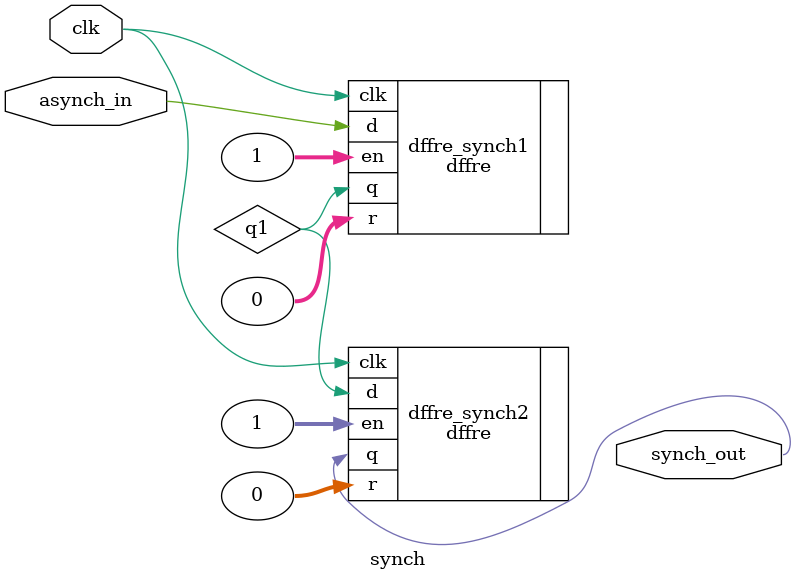
<source format=v>
module synch (
    asynch_in,
    clk,
    synch_out,
);
    // // 当异步脉冲宽度小于时钟周期的电路
    // input clk;
    // input asynch_in;
    // output synch_out;

    // wire q1;
    // wire q2;

    // assign r = synch_out || 0;

    // dffre dffre_synch1(
    //     .d(1),
    //     .en(1),
    //     .r(r),
    //     .clk(asynch_in),
    //     .q(q1)
    // );

    // dffre dffre_synch2(
    //     .d(q1),
    //     .en(1),
    //     .r(0),
    //     .clk(clk),
    //     .q(q2)
    // );

    // dffre dffre_synch3(
    //     .d(q2),
    //     .en(1),
    //     .r(0),
    //     .clk(clk),
    //     .q(synch_out)
    // );

    // 当异步脉冲宽度大于时钟周期的电路
    input clk;
    input asynch_in;
    output synch_out;

    wire q1;

    dffre dffre_synch1(
        .d(asynch_in),
        .en(1),
        .r(0),
        .clk(clk),
        .q(q1)
    );

    dffre dffre_synch2(
        .d(q1),
        .en(1),
        .r(0),
        .clk(clk),
        .q(synch_out)
    );

endmodule
</source>
